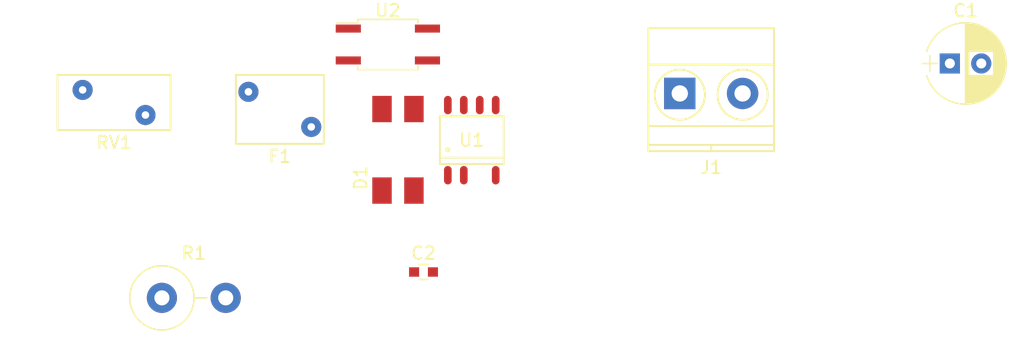
<source format=kicad_pcb>
(kicad_pcb (version 20170123) (host pcbnew "(2017-06-23 revision 72eff0941)-makepkg")

  (general
    (links 0)
    (no_connects 0)
    (area 110.584 71.598 192.413526 100.102)
    (thickness 1.6)
    (drawings 0)
    (tracks 0)
    (zones 0)
    (modules 9)
    (nets 2)
  )

  (page A4)
  (layers
    (0 F.Cu signal)
    (31 B.Cu signal)
    (32 B.Adhes user)
    (33 F.Adhes user)
    (34 B.Paste user)
    (35 F.Paste user)
    (36 B.SilkS user)
    (37 F.SilkS user)
    (38 B.Mask user)
    (39 F.Mask user)
    (40 Dwgs.User user)
    (41 Cmts.User user)
    (42 Eco1.User user)
    (43 Eco2.User user)
    (44 Edge.Cuts user)
    (45 Margin user)
    (46 B.CrtYd user)
    (47 F.CrtYd user)
    (48 B.Fab user)
    (49 F.Fab user)
  )

  (setup
    (last_trace_width 0.25)
    (trace_clearance 0.2)
    (zone_clearance 0.508)
    (zone_45_only no)
    (trace_min 0.2)
    (segment_width 0.2)
    (edge_width 0.15)
    (via_size 0.8)
    (via_drill 0.4)
    (via_min_size 0.4)
    (via_min_drill 0.3)
    (uvia_size 0.3)
    (uvia_drill 0.1)
    (uvias_allowed no)
    (uvia_min_size 0.2)
    (uvia_min_drill 0.1)
    (pcb_text_width 0.3)
    (pcb_text_size 1.5 1.5)
    (mod_edge_width 0.15)
    (mod_text_size 1 1)
    (mod_text_width 0.15)
    (pad_size 1.524 1.524)
    (pad_drill 0.762)
    (pad_to_mask_clearance 0.2)
    (aux_axis_origin 0 0)
    (visible_elements FFFFFF7F)
    (pcbplotparams
      (layerselection 0x00030_ffffffff)
      (usegerberextensions false)
      (excludeedgelayer true)
      (linewidth 0.100000)
      (plotframeref false)
      (viasonmask false)
      (mode 1)
      (useauxorigin false)
      (hpglpennumber 1)
      (hpglpenspeed 20)
      (hpglpendiameter 15)
      (psnegative false)
      (psa4output false)
      (plotreference true)
      (plotvalue true)
      (plotinvisibletext false)
      (padsonsilk false)
      (subtractmaskfromsilk false)
      (outputformat 1)
      (mirror false)
      (drillshape 1)
      (scaleselection 1)
      (outputdirectory ""))
  )

  (net 0 "")
  (net 1 GND)

  (net_class Default "This is the default net class."
    (clearance 0.2)
    (trace_width 0.25)
    (via_dia 0.8)
    (via_drill 0.4)
    (uvia_dia 0.3)
    (uvia_drill 0.1)
    (add_net GND)
  )

  (module Capacitors_SMD:C_0603 (layer F.Cu) (tedit 58AA844E) (tstamp 594EBF73)
    (at 144.44519 93.3895)
    (descr "Capacitor SMD 0603, reflow soldering, AVX (see smccp.pdf)")
    (tags "capacitor 0603")
    (path /594EDC3F)
    (attr smd)
    (fp_text reference C2 (at 0 -1.5) (layer F.SilkS)
      (effects (font (size 1 1) (thickness 0.15)))
    )
    (fp_text value "100nF / 16V" (at 0 1.5) (layer F.Fab)
      (effects (font (size 1 1) (thickness 0.15)))
    )
    (fp_line (start 1.4 0.65) (end -1.4 0.65) (layer F.CrtYd) (width 0.05))
    (fp_line (start 1.4 0.65) (end 1.4 -0.65) (layer F.CrtYd) (width 0.05))
    (fp_line (start -1.4 -0.65) (end -1.4 0.65) (layer F.CrtYd) (width 0.05))
    (fp_line (start -1.4 -0.65) (end 1.4 -0.65) (layer F.CrtYd) (width 0.05))
    (fp_line (start 0.35 0.6) (end -0.35 0.6) (layer F.SilkS) (width 0.12))
    (fp_line (start -0.35 -0.6) (end 0.35 -0.6) (layer F.SilkS) (width 0.12))
    (fp_line (start -0.8 -0.4) (end 0.8 -0.4) (layer F.Fab) (width 0.1))
    (fp_line (start 0.8 -0.4) (end 0.8 0.4) (layer F.Fab) (width 0.1))
    (fp_line (start 0.8 0.4) (end -0.8 0.4) (layer F.Fab) (width 0.1))
    (fp_line (start -0.8 0.4) (end -0.8 -0.4) (layer F.Fab) (width 0.1))
    (fp_text user %R (at 0 -1.5) (layer F.Fab)
      (effects (font (size 1 1) (thickness 0.15)))
    )
    (pad 2 smd rect (at 0.75 0) (size 0.8 0.75) (layers F.Cu F.Paste F.Mask))
    (pad 1 smd rect (at -0.75 0) (size 0.8 0.75) (layers F.Cu F.Paste F.Mask))
    (model Capacitors_SMD.3dshapes/C_0603.wrl
      (at (xyz 0 0 0))
      (scale (xyz 1 1 1))
      (rotate (xyz 0 0 0))
    )
  )

  (module EgertKiCad_lib:SOIC-4 (layer F.Cu) (tedit 5826DD07) (tstamp 594EBF7B)
    (at 141.1415 86.898)
    (path /594EAE44)
    (fp_text reference D1 (at -1.7 -1 90) (layer F.SilkS)
      (effects (font (size 1 1) (thickness 0.15)))
    )
    (fp_text value MB6S (at -3.2 -1.7 90) (layer F.Fab)
      (effects (font (size 1 1) (thickness 0.15)))
    )
    (pad 4 smd rect (at 0 -6.5) (size 1.55 2.1) (layers F.Cu F.Paste F.Mask))
    (pad 3 smd rect (at 2.54 -6.5) (size 1.55 2.1) (layers F.Cu F.Paste F.Mask))
    (pad 2 smd rect (at 2.54 0) (size 1.55 2.1) (layers F.Cu F.Paste F.Mask))
    (pad 1 smd rect (at 0 0) (size 1.55 2.1) (layers F.Cu F.Paste F.Mask))
  )

  (module Varistors:RV_Disc_D7_W5.5_P5 (layer F.Cu) (tedit 5529CAF8) (tstamp 594EBF89)
    (at 130.509001 79.0255)
    (tags "varistor SIOV")
    (path /594EA108)
    (fp_text reference F1 (at 2.5 5.15) (layer F.SilkS)
      (effects (font (size 1 1) (thickness 0.15)))
    )
    (fp_text value Polyfuse (at 2.5 -2.35) (layer F.Fab)
      (effects (font (size 1 1) (thickness 0.15)))
    )
    (fp_line (start -1 -1.35) (end -1 4.15) (layer F.SilkS) (width 0.15))
    (fp_line (start 6 -1.35) (end 6 4.15) (layer F.SilkS) (width 0.15))
    (fp_line (start -1 -1.35) (end 6 -1.35) (layer F.SilkS) (width 0.15))
    (fp_line (start -1 4.15) (end 6 4.15) (layer F.SilkS) (width 0.15))
    (fp_line (start -1.25 -1.6) (end -1.25 4.4) (layer F.CrtYd) (width 0.05))
    (fp_line (start 6.25 -1.6) (end 6.25 4.4) (layer F.CrtYd) (width 0.05))
    (fp_line (start -1.25 -1.6) (end 6.25 -1.6) (layer F.CrtYd) (width 0.05))
    (fp_line (start -1.25 4.4) (end 6.25 4.4) (layer F.CrtYd) (width 0.05))
    (pad 2 thru_hole circle (at 5 2.8) (size 1.6 1.6) (drill 0.6) (layers *.Cu *.Mask))
    (pad 1 thru_hole circle (at 0 0) (size 1.6 1.6) (drill 0.6) (layers *.Cu *.Mask))
  )

  (module Resistors_ThroughHole:R_Axial_DIN0516_L15.5mm_D5.0mm_P5.08mm_Vertical (layer F.Cu) (tedit 5874F706) (tstamp 594EBF97)
    (at 123.620905 95.4495)
    (descr "Resistor, Axial_DIN0516 series, Axial, Vertical, pin pitch=5.08mm, 2W, length*diameter=15.5*5mm^2, http://cdn-reichelt.de/documents/datenblatt/B400/1_4W%23YAG.pdf")
    (tags "Resistor Axial_DIN0516 series Axial Vertical pin pitch 5.08mm 2W length 15.5mm diameter 5mm")
    (path /594E9953)
    (fp_text reference R1 (at 2.54 -3.56) (layer F.SilkS)
      (effects (font (size 1 1) (thickness 0.15)))
    )
    (fp_text value "10R / 2W / Wirewound Resistors" (at 2.54 3.56) (layer F.Fab)
      (effects (font (size 1 1) (thickness 0.15)))
    )
    (fp_line (start 6.6 -2.85) (end -2.85 -2.85) (layer F.CrtYd) (width 0.05))
    (fp_line (start 6.6 2.85) (end 6.6 -2.85) (layer F.CrtYd) (width 0.05))
    (fp_line (start -2.85 2.85) (end 6.6 2.85) (layer F.CrtYd) (width 0.05))
    (fp_line (start -2.85 -2.85) (end -2.85 2.85) (layer F.CrtYd) (width 0.05))
    (fp_line (start 2.56 0) (end 3.58 0) (layer F.SilkS) (width 0.12))
    (fp_line (start 0 0) (end 5.08 0) (layer F.Fab) (width 0.1))
    (fp_circle (center 0 0) (end 2.56 0) (layer F.SilkS) (width 0.12))
    (fp_circle (center 0 0) (end 2.5 0) (layer F.Fab) (width 0.1))
    (pad 2 thru_hole oval (at 5.08 0) (size 2.4 2.4) (drill 1.2) (layers *.Cu *.Mask))
    (pad 1 thru_hole circle (at 0 0) (size 2.4 2.4) (drill 1.2) (layers *.Cu *.Mask))
    (model Resistors_THT.3dshapes/R_Axial_DIN0516_L15.5mm_D5.0mm_P5.08mm_Vertical.wrl
      (at (xyz 0 0 0))
      (scale (xyz 0.393701 0.393701 0.393701))
      (rotate (xyz 0 0 0))
    )
  )

  (module Varistors:RV_Disc_D9_W4.4_P5 (layer F.Cu) (tedit 5529CAF8) (tstamp 594EBFA5)
    (at 117.311381 78.8755)
    (tags "varistor SIOV")
    (path /594EA24D)
    (fp_text reference RV1 (at 2.5 4.2) (layer F.SilkS)
      (effects (font (size 1 1) (thickness 0.15)))
    )
    (fp_text value "Varistor, 275VAC,350DC" (at 2.5 -2.2) (layer F.Fab)
      (effects (font (size 1 1) (thickness 0.15)))
    )
    (fp_line (start -2 -1.2) (end -2 3.2) (layer F.SilkS) (width 0.15))
    (fp_line (start 7 -1.2) (end 7 3.2) (layer F.SilkS) (width 0.15))
    (fp_line (start -2 -1.2) (end 7 -1.2) (layer F.SilkS) (width 0.15))
    (fp_line (start -2 3.2) (end 7 3.2) (layer F.SilkS) (width 0.15))
    (fp_line (start -2.25 -1.45) (end -2.25 3.45) (layer F.CrtYd) (width 0.05))
    (fp_line (start 7.25 -1.45) (end 7.25 3.45) (layer F.CrtYd) (width 0.05))
    (fp_line (start -2.25 -1.45) (end 7.25 -1.45) (layer F.CrtYd) (width 0.05))
    (fp_line (start -2.25 3.45) (end 7.25 3.45) (layer F.CrtYd) (width 0.05))
    (pad 2 thru_hole circle (at 5 2) (size 1.6 1.6) (drill 0.6) (layers *.Cu *.Mask))
    (pad 1 thru_hole circle (at 0 0) (size 1.6 1.6) (drill 0.6) (layers *.Cu *.Mask))
  )

  (module Power_Integrations:SO-8C (layer F.Cu) (tedit 0) (tstamp 594EBFB6)
    (at 148.286143 82.8786)
    (descr "SO-8 Modified Surface Mount Small Outline 150mil 8pin Package")
    (tags "Power Integrations D Package")
    (path /594ED150)
    (fp_text reference U1 (at 0 0) (layer F.SilkS)
      (effects (font (size 1 1) (thickness 0.15)))
    )
    (fp_text value LNK363D (at 0 0) (layer F.Fab)
      (effects (font (size 1 1) (thickness 0.15)))
    )
    (fp_line (start 2.54 1.905) (end 2.54 -1.905) (layer F.SilkS) (width 0.15))
    (fp_line (start -2.54 1.905) (end -2.54 -1.905) (layer F.SilkS) (width 0.15))
    (fp_line (start -2.54 1.905) (end 2.54 1.905) (layer F.SilkS) (width 0.15))
    (fp_line (start -2.54 -1.905) (end 2.54 -1.905) (layer F.SilkS) (width 0.15))
    (fp_line (start -2.54 1.397) (end 2.54 1.397) (layer F.SilkS) (width 0.15))
    (fp_circle (center -1.905 0.762) (end -1.778 0.762) (layer F.SilkS) (width 0.15))
    (pad 8 smd oval (at -1.905 -2.794) (size 0.6096 1.4732) (layers F.Cu F.Paste F.Mask)
      (net 1 GND))
    (pad 7 smd oval (at -0.635 -2.794) (size 0.6096 1.4732) (layers F.Cu F.Paste F.Mask)
      (net 1 GND))
    (pad 6 smd oval (at 0.635 -2.794) (size 0.6096 1.4732) (layers F.Cu F.Paste F.Mask)
      (net 1 GND))
    (pad 5 smd oval (at 1.905 -2.794) (size 0.6096 1.4732) (layers F.Cu F.Paste F.Mask)
      (net 1 GND))
    (pad 4 smd oval (at 1.905 2.794) (size 0.6096 1.4732) (layers F.Cu F.Paste F.Mask))
    (pad 2 smd oval (at -0.635 2.794) (size 0.6096 1.4732) (layers F.Cu F.Paste F.Mask))
    (pad 1 smd oval (at -1.905 2.794) (size 0.6096 1.4732) (layers F.Cu F.Paste F.Mask))
  )

  (module Housings_SOIC:SO-4_4.4x3.6mm_Pitch2.54mm (layer F.Cu) (tedit 591B44BA) (tstamp 594EBFCF)
    (at 141.609001 75.2555)
    (descr "4-Lead Plastic Small Outline (SO), see https://www.elpro.org/de/index.php?controller=attachment&id_attachment=339")
    (tags "SO SOIC 2.54")
    (path /594EDF65)
    (attr smd)
    (fp_text reference U2 (at 0 -2.7) (layer F.SilkS)
      (effects (font (size 1 1) (thickness 0.15)))
    )
    (fp_text value LTV-817 (at 0 2.8) (layer F.Fab)
      (effects (font (size 1 1) (thickness 0.15)))
    )
    (fp_line (start 4.4 2.05) (end -4.4 2.05) (layer F.CrtYd) (width 0.05))
    (fp_line (start 4.4 2.05) (end 4.4 -2.05) (layer F.CrtYd) (width 0.05))
    (fp_line (start -4.4 -2.05) (end -4.4 2.05) (layer F.CrtYd) (width 0.05))
    (fp_line (start -4.4 -2.05) (end 4.4 -2.05) (layer F.CrtYd) (width 0.05))
    (fp_line (start -1.4 -1.8) (end 2.2 -1.8) (layer F.Fab) (width 0.12))
    (fp_line (start -2.2 -1) (end -1.4 -1.8) (layer F.Fab) (width 0.12))
    (fp_line (start -2.2 1.8) (end -2.2 -1) (layer F.Fab) (width 0.12))
    (fp_line (start 2.2 1.8) (end -2.2 1.8) (layer F.Fab) (width 0.12))
    (fp_line (start 2.2 -1.8) (end 2.2 1.8) (layer F.Fab) (width 0.12))
    (fp_line (start 2.4 -2) (end 2.4 -1.7) (layer F.SilkS) (width 0.12))
    (fp_line (start -2.4 -2) (end 2.4 -2) (layer F.SilkS) (width 0.12))
    (fp_line (start -2.4 -1.7) (end -2.4 -2) (layer F.SilkS) (width 0.12))
    (fp_line (start -2.4 2) (end -2.4 1.7) (layer F.SilkS) (width 0.12))
    (fp_line (start 2.4 2) (end -2.4 2) (layer F.SilkS) (width 0.12))
    (fp_line (start 2.4 1.7) (end 2.4 2) (layer F.SilkS) (width 0.12))
    (fp_text user %R (at 0 -0.065) (layer F.Fab)
      (effects (font (size 1 1) (thickness 0.15)))
    )
    (fp_line (start -2.4 -1.7) (end -4.1 -1.7) (layer F.SilkS) (width 0.12))
    (pad 4 smd rect (at 3.15 -1.27) (size 2 0.64) (layers F.Cu F.Paste F.Mask))
    (pad 3 smd rect (at 3.15 1.27) (size 2 0.64) (layers F.Cu F.Paste F.Mask))
    (pad 2 smd rect (at -3.15 1.27) (size 2 0.64) (layers F.Cu F.Paste F.Mask))
    (pad 1 smd rect (at -3.15 -1.27) (size 2 0.64) (layers F.Cu F.Paste F.Mask))
    (model ${KISYS3DMOD}/Housings_SOIC.3dshapes/SO-4_4.4x3.6mm_Pitch2.54mm.wrl
      (at (xyz 0 0.0005905512 0))
      (scale (xyz 1 1 1))
      (rotate (xyz 0 0 0))
    )
  )

  (module Terminal_Blocks:TerminalBlock_Pheonix_MKDS1.5-2pol (layer F.Cu) (tedit 563007E4) (tstamp 594EC204)
    (at 164.843287 79.1555)
    (descr "2-way 5mm pitch terminal block, Phoenix MKDS series")
    (path /594EA38F)
    (fp_text reference J1 (at 2.5 5.9) (layer F.SilkS)
      (effects (font (size 1 1) (thickness 0.15)))
    )
    (fp_text value CONN_01X02 (at 2.5 -6.6) (layer F.Fab)
      (effects (font (size 1 1) (thickness 0.15)))
    )
    (fp_line (start -2.5 -5.2) (end -2.5 4.6) (layer F.SilkS) (width 0.15))
    (fp_line (start 7.5 -5.2) (end -2.5 -5.2) (layer F.SilkS) (width 0.15))
    (fp_line (start 7.5 4.6) (end 7.5 -5.2) (layer F.SilkS) (width 0.15))
    (fp_line (start -2.5 4.6) (end 7.5 4.6) (layer F.SilkS) (width 0.15))
    (fp_line (start -2.5 4.1) (end 7.5 4.1) (layer F.SilkS) (width 0.15))
    (fp_line (start -2.5 -2.3) (end 7.5 -2.3) (layer F.SilkS) (width 0.15))
    (fp_line (start -2.5 2.6) (end 7.5 2.6) (layer F.SilkS) (width 0.15))
    (fp_circle (center 0 0.1) (end 2 0.1) (layer F.SilkS) (width 0.15))
    (fp_circle (center 5 0.1) (end 3 0.1) (layer F.SilkS) (width 0.15))
    (fp_line (start 2.5 4.1) (end 2.5 4.6) (layer F.SilkS) (width 0.15))
    (fp_line (start 7.7 -5.4) (end 7.7 4.8) (layer F.CrtYd) (width 0.05))
    (fp_line (start 7.7 4.8) (end -2.7 4.8) (layer F.CrtYd) (width 0.05))
    (fp_line (start -2.7 4.8) (end -2.7 -5.4) (layer F.CrtYd) (width 0.05))
    (fp_line (start -2.7 -5.4) (end 7.7 -5.4) (layer F.CrtYd) (width 0.05))
    (pad 2 thru_hole circle (at 5 0) (size 2.5 2.5) (drill 1.3) (layers *.Cu *.Mask))
    (pad 1 thru_hole rect (at 0 0) (size 2.5 2.5) (drill 1.3) (layers *.Cu *.Mask))
    (model Terminal_Blocks.3dshapes/TerminalBlock_Pheonix_MKDS1.5-2pol.wrl
      (at (xyz 0.0984 0 0))
      (scale (xyz 1 1 1))
      (rotate (xyz 0 0 0))
    )
  )

  (module Capacitors_ThroughHole:CP_Radial_D6.3mm_P2.50mm (layer F.Cu) (tedit 5920C257) (tstamp 594ECA1C)
    (at 186.340907 76.7655)
    (descr "CP, Radial series, Radial, pin pitch=2.50mm, , diameter=6.3mm, Electrolytic Capacitor")
    (tags "CP Radial series Radial pin pitch 2.50mm  diameter 6.3mm Electrolytic Capacitor")
    (path /594EC1D0)
    (fp_text reference C1 (at 1.25 -4.21) (layer F.SilkS)
      (effects (font (size 1 1) (thickness 0.15)))
    )
    (fp_text value "2u2 / 400V" (at 1.25 4.21) (layer F.Fab)
      (effects (font (size 1 1) (thickness 0.15)))
    )
    (fp_arc (start 1.25 0) (end 4.338236 -0.98) (angle 35.2) (layer F.SilkS) (width 0.12))
    (fp_arc (start 1.25 0) (end -1.838236 0.98) (angle -144.8) (layer F.SilkS) (width 0.12))
    (fp_arc (start 1.25 0) (end -1.838236 -0.98) (angle 144.8) (layer F.SilkS) (width 0.12))
    (fp_circle (center 1.25 0) (end 4.4 0) (layer F.Fab) (width 0.1))
    (fp_line (start 4.75 -3.5) (end -2.25 -3.5) (layer F.CrtYd) (width 0.05))
    (fp_line (start 4.75 3.5) (end 4.75 -3.5) (layer F.CrtYd) (width 0.05))
    (fp_line (start -2.25 3.5) (end 4.75 3.5) (layer F.CrtYd) (width 0.05))
    (fp_line (start -2.25 -3.5) (end -2.25 3.5) (layer F.CrtYd) (width 0.05))
    (fp_line (start -1.6 -0.65) (end -1.6 0.65) (layer F.SilkS) (width 0.12))
    (fp_line (start -2.2 0) (end -1 0) (layer F.SilkS) (width 0.12))
    (fp_line (start 4.451 -0.468) (end 4.451 0.468) (layer F.SilkS) (width 0.12))
    (fp_line (start 4.411 -0.676) (end 4.411 0.676) (layer F.SilkS) (width 0.12))
    (fp_line (start 4.371 -0.834) (end 4.371 0.834) (layer F.SilkS) (width 0.12))
    (fp_line (start 4.331 -0.966) (end 4.331 0.966) (layer F.SilkS) (width 0.12))
    (fp_line (start 4.291 -1.081) (end 4.291 1.081) (layer F.SilkS) (width 0.12))
    (fp_line (start 4.251 -1.184) (end 4.251 1.184) (layer F.SilkS) (width 0.12))
    (fp_line (start 4.211 -1.278) (end 4.211 1.278) (layer F.SilkS) (width 0.12))
    (fp_line (start 4.171 -1.364) (end 4.171 1.364) (layer F.SilkS) (width 0.12))
    (fp_line (start 4.131 -1.445) (end 4.131 1.445) (layer F.SilkS) (width 0.12))
    (fp_line (start 4.091 -1.52) (end 4.091 1.52) (layer F.SilkS) (width 0.12))
    (fp_line (start 4.051 -1.591) (end 4.051 1.591) (layer F.SilkS) (width 0.12))
    (fp_line (start 4.011 -1.658) (end 4.011 1.658) (layer F.SilkS) (width 0.12))
    (fp_line (start 3.971 -1.721) (end 3.971 1.721) (layer F.SilkS) (width 0.12))
    (fp_line (start 3.931 -1.781) (end 3.931 1.781) (layer F.SilkS) (width 0.12))
    (fp_line (start 3.891 -1.839) (end 3.891 1.839) (layer F.SilkS) (width 0.12))
    (fp_line (start 3.851 -1.894) (end 3.851 1.894) (layer F.SilkS) (width 0.12))
    (fp_line (start 3.811 -1.946) (end 3.811 1.946) (layer F.SilkS) (width 0.12))
    (fp_line (start 3.771 -1.997) (end 3.771 1.997) (layer F.SilkS) (width 0.12))
    (fp_line (start 3.731 -2.045) (end 3.731 2.045) (layer F.SilkS) (width 0.12))
    (fp_line (start 3.691 -2.092) (end 3.691 2.092) (layer F.SilkS) (width 0.12))
    (fp_line (start 3.651 -2.137) (end 3.651 2.137) (layer F.SilkS) (width 0.12))
    (fp_line (start 3.611 -2.18) (end 3.611 2.18) (layer F.SilkS) (width 0.12))
    (fp_line (start 3.571 -2.222) (end 3.571 2.222) (layer F.SilkS) (width 0.12))
    (fp_line (start 3.531 -2.262) (end 3.531 2.262) (layer F.SilkS) (width 0.12))
    (fp_line (start 3.491 -2.301) (end 3.491 2.301) (layer F.SilkS) (width 0.12))
    (fp_line (start 3.451 0.98) (end 3.451 2.339) (layer F.SilkS) (width 0.12))
    (fp_line (start 3.451 -2.339) (end 3.451 -0.98) (layer F.SilkS) (width 0.12))
    (fp_line (start 3.411 0.98) (end 3.411 2.375) (layer F.SilkS) (width 0.12))
    (fp_line (start 3.411 -2.375) (end 3.411 -0.98) (layer F.SilkS) (width 0.12))
    (fp_line (start 3.371 0.98) (end 3.371 2.411) (layer F.SilkS) (width 0.12))
    (fp_line (start 3.371 -2.411) (end 3.371 -0.98) (layer F.SilkS) (width 0.12))
    (fp_line (start 3.331 0.98) (end 3.331 2.445) (layer F.SilkS) (width 0.12))
    (fp_line (start 3.331 -2.445) (end 3.331 -0.98) (layer F.SilkS) (width 0.12))
    (fp_line (start 3.291 0.98) (end 3.291 2.478) (layer F.SilkS) (width 0.12))
    (fp_line (start 3.291 -2.478) (end 3.291 -0.98) (layer F.SilkS) (width 0.12))
    (fp_line (start 3.251 0.98) (end 3.251 2.51) (layer F.SilkS) (width 0.12))
    (fp_line (start 3.251 -2.51) (end 3.251 -0.98) (layer F.SilkS) (width 0.12))
    (fp_line (start 3.211 0.98) (end 3.211 2.54) (layer F.SilkS) (width 0.12))
    (fp_line (start 3.211 -2.54) (end 3.211 -0.98) (layer F.SilkS) (width 0.12))
    (fp_line (start 3.171 0.98) (end 3.171 2.57) (layer F.SilkS) (width 0.12))
    (fp_line (start 3.171 -2.57) (end 3.171 -0.98) (layer F.SilkS) (width 0.12))
    (fp_line (start 3.131 0.98) (end 3.131 2.599) (layer F.SilkS) (width 0.12))
    (fp_line (start 3.131 -2.599) (end 3.131 -0.98) (layer F.SilkS) (width 0.12))
    (fp_line (start 3.091 0.98) (end 3.091 2.627) (layer F.SilkS) (width 0.12))
    (fp_line (start 3.091 -2.627) (end 3.091 -0.98) (layer F.SilkS) (width 0.12))
    (fp_line (start 3.051 0.98) (end 3.051 2.654) (layer F.SilkS) (width 0.12))
    (fp_line (start 3.051 -2.654) (end 3.051 -0.98) (layer F.SilkS) (width 0.12))
    (fp_line (start 3.011 0.98) (end 3.011 2.681) (layer F.SilkS) (width 0.12))
    (fp_line (start 3.011 -2.681) (end 3.011 -0.98) (layer F.SilkS) (width 0.12))
    (fp_line (start 2.971 0.98) (end 2.971 2.706) (layer F.SilkS) (width 0.12))
    (fp_line (start 2.971 -2.706) (end 2.971 -0.98) (layer F.SilkS) (width 0.12))
    (fp_line (start 2.931 0.98) (end 2.931 2.731) (layer F.SilkS) (width 0.12))
    (fp_line (start 2.931 -2.731) (end 2.931 -0.98) (layer F.SilkS) (width 0.12))
    (fp_line (start 2.891 0.98) (end 2.891 2.755) (layer F.SilkS) (width 0.12))
    (fp_line (start 2.891 -2.755) (end 2.891 -0.98) (layer F.SilkS) (width 0.12))
    (fp_line (start 2.851 0.98) (end 2.851 2.778) (layer F.SilkS) (width 0.12))
    (fp_line (start 2.851 -2.778) (end 2.851 -0.98) (layer F.SilkS) (width 0.12))
    (fp_line (start 2.811 0.98) (end 2.811 2.8) (layer F.SilkS) (width 0.12))
    (fp_line (start 2.811 -2.8) (end 2.811 -0.98) (layer F.SilkS) (width 0.12))
    (fp_line (start 2.771 0.98) (end 2.771 2.822) (layer F.SilkS) (width 0.12))
    (fp_line (start 2.771 -2.822) (end 2.771 -0.98) (layer F.SilkS) (width 0.12))
    (fp_line (start 2.731 0.98) (end 2.731 2.843) (layer F.SilkS) (width 0.12))
    (fp_line (start 2.731 -2.843) (end 2.731 -0.98) (layer F.SilkS) (width 0.12))
    (fp_line (start 2.691 0.98) (end 2.691 2.863) (layer F.SilkS) (width 0.12))
    (fp_line (start 2.691 -2.863) (end 2.691 -0.98) (layer F.SilkS) (width 0.12))
    (fp_line (start 2.651 0.98) (end 2.651 2.882) (layer F.SilkS) (width 0.12))
    (fp_line (start 2.651 -2.882) (end 2.651 -0.98) (layer F.SilkS) (width 0.12))
    (fp_line (start 2.611 0.98) (end 2.611 2.901) (layer F.SilkS) (width 0.12))
    (fp_line (start 2.611 -2.901) (end 2.611 -0.98) (layer F.SilkS) (width 0.12))
    (fp_line (start 2.571 0.98) (end 2.571 2.919) (layer F.SilkS) (width 0.12))
    (fp_line (start 2.571 -2.919) (end 2.571 -0.98) (layer F.SilkS) (width 0.12))
    (fp_line (start 2.531 0.98) (end 2.531 2.937) (layer F.SilkS) (width 0.12))
    (fp_line (start 2.531 -2.937) (end 2.531 -0.98) (layer F.SilkS) (width 0.12))
    (fp_line (start 2.491 0.98) (end 2.491 2.954) (layer F.SilkS) (width 0.12))
    (fp_line (start 2.491 -2.954) (end 2.491 -0.98) (layer F.SilkS) (width 0.12))
    (fp_line (start 2.451 0.98) (end 2.451 2.97) (layer F.SilkS) (width 0.12))
    (fp_line (start 2.451 -2.97) (end 2.451 -0.98) (layer F.SilkS) (width 0.12))
    (fp_line (start 2.411 0.98) (end 2.411 2.986) (layer F.SilkS) (width 0.12))
    (fp_line (start 2.411 -2.986) (end 2.411 -0.98) (layer F.SilkS) (width 0.12))
    (fp_line (start 2.371 0.98) (end 2.371 3.001) (layer F.SilkS) (width 0.12))
    (fp_line (start 2.371 -3.001) (end 2.371 -0.98) (layer F.SilkS) (width 0.12))
    (fp_line (start 2.331 0.98) (end 2.331 3.015) (layer F.SilkS) (width 0.12))
    (fp_line (start 2.331 -3.015) (end 2.331 -0.98) (layer F.SilkS) (width 0.12))
    (fp_line (start 2.291 0.98) (end 2.291 3.029) (layer F.SilkS) (width 0.12))
    (fp_line (start 2.291 -3.029) (end 2.291 -0.98) (layer F.SilkS) (width 0.12))
    (fp_line (start 2.251 0.98) (end 2.251 3.042) (layer F.SilkS) (width 0.12))
    (fp_line (start 2.251 -3.042) (end 2.251 -0.98) (layer F.SilkS) (width 0.12))
    (fp_line (start 2.211 0.98) (end 2.211 3.055) (layer F.SilkS) (width 0.12))
    (fp_line (start 2.211 -3.055) (end 2.211 -0.98) (layer F.SilkS) (width 0.12))
    (fp_line (start 2.171 0.98) (end 2.171 3.067) (layer F.SilkS) (width 0.12))
    (fp_line (start 2.171 -3.067) (end 2.171 -0.98) (layer F.SilkS) (width 0.12))
    (fp_line (start 2.131 0.98) (end 2.131 3.079) (layer F.SilkS) (width 0.12))
    (fp_line (start 2.131 -3.079) (end 2.131 -0.98) (layer F.SilkS) (width 0.12))
    (fp_line (start 2.091 0.98) (end 2.091 3.09) (layer F.SilkS) (width 0.12))
    (fp_line (start 2.091 -3.09) (end 2.091 -0.98) (layer F.SilkS) (width 0.12))
    (fp_line (start 2.051 0.98) (end 2.051 3.1) (layer F.SilkS) (width 0.12))
    (fp_line (start 2.051 -3.1) (end 2.051 -0.98) (layer F.SilkS) (width 0.12))
    (fp_line (start 2.011 0.98) (end 2.011 3.11) (layer F.SilkS) (width 0.12))
    (fp_line (start 2.011 -3.11) (end 2.011 -0.98) (layer F.SilkS) (width 0.12))
    (fp_line (start 1.971 0.98) (end 1.971 3.119) (layer F.SilkS) (width 0.12))
    (fp_line (start 1.971 -3.119) (end 1.971 -0.98) (layer F.SilkS) (width 0.12))
    (fp_line (start 1.93 0.98) (end 1.93 3.128) (layer F.SilkS) (width 0.12))
    (fp_line (start 1.93 -3.128) (end 1.93 -0.98) (layer F.SilkS) (width 0.12))
    (fp_line (start 1.89 0.98) (end 1.89 3.137) (layer F.SilkS) (width 0.12))
    (fp_line (start 1.89 -3.137) (end 1.89 -0.98) (layer F.SilkS) (width 0.12))
    (fp_line (start 1.85 0.98) (end 1.85 3.144) (layer F.SilkS) (width 0.12))
    (fp_line (start 1.85 -3.144) (end 1.85 -0.98) (layer F.SilkS) (width 0.12))
    (fp_line (start 1.81 0.98) (end 1.81 3.152) (layer F.SilkS) (width 0.12))
    (fp_line (start 1.81 -3.152) (end 1.81 -0.98) (layer F.SilkS) (width 0.12))
    (fp_line (start 1.77 0.98) (end 1.77 3.158) (layer F.SilkS) (width 0.12))
    (fp_line (start 1.77 -3.158) (end 1.77 -0.98) (layer F.SilkS) (width 0.12))
    (fp_line (start 1.73 0.98) (end 1.73 3.165) (layer F.SilkS) (width 0.12))
    (fp_line (start 1.73 -3.165) (end 1.73 -0.98) (layer F.SilkS) (width 0.12))
    (fp_line (start 1.69 0.98) (end 1.69 3.17) (layer F.SilkS) (width 0.12))
    (fp_line (start 1.69 -3.17) (end 1.69 -0.98) (layer F.SilkS) (width 0.12))
    (fp_line (start 1.65 0.98) (end 1.65 3.176) (layer F.SilkS) (width 0.12))
    (fp_line (start 1.65 -3.176) (end 1.65 -0.98) (layer F.SilkS) (width 0.12))
    (fp_line (start 1.61 0.98) (end 1.61 3.18) (layer F.SilkS) (width 0.12))
    (fp_line (start 1.61 -3.18) (end 1.61 -0.98) (layer F.SilkS) (width 0.12))
    (fp_line (start 1.57 0.98) (end 1.57 3.185) (layer F.SilkS) (width 0.12))
    (fp_line (start 1.57 -3.185) (end 1.57 -0.98) (layer F.SilkS) (width 0.12))
    (fp_line (start 1.53 0.98) (end 1.53 3.188) (layer F.SilkS) (width 0.12))
    (fp_line (start 1.53 -3.188) (end 1.53 -0.98) (layer F.SilkS) (width 0.12))
    (fp_line (start 1.49 -3.192) (end 1.49 3.192) (layer F.SilkS) (width 0.12))
    (fp_line (start 1.45 -3.194) (end 1.45 3.194) (layer F.SilkS) (width 0.12))
    (fp_line (start 1.41 -3.197) (end 1.41 3.197) (layer F.SilkS) (width 0.12))
    (fp_line (start 1.37 -3.198) (end 1.37 3.198) (layer F.SilkS) (width 0.12))
    (fp_line (start 1.33 -3.2) (end 1.33 3.2) (layer F.SilkS) (width 0.12))
    (fp_line (start 1.29 -3.2) (end 1.29 3.2) (layer F.SilkS) (width 0.12))
    (fp_line (start 1.25 -3.2) (end 1.25 3.2) (layer F.SilkS) (width 0.12))
    (fp_line (start -1.6 -0.65) (end -1.6 0.65) (layer F.Fab) (width 0.1))
    (fp_line (start -2.2 0) (end -1 0) (layer F.Fab) (width 0.1))
    (fp_text user %R (at 1.1 0) (layer F.Fab)
      (effects (font (size 1 1) (thickness 0.15)))
    )
    (pad 2 thru_hole circle (at 2.5 0) (size 1.6 1.6) (drill 0.8) (layers *.Cu *.Mask))
    (pad 1 thru_hole rect (at 0 0) (size 1.6 1.6) (drill 0.8) (layers *.Cu *.Mask))
    (model ${KISYS3DMOD}/Capacitors_THT.3dshapes/CP_Radial_D6.3mm_P2.50mm.wrl
      (at (xyz 0 0 0))
      (scale (xyz 1 1 1))
      (rotate (xyz 0 0 0))
    )
  )

)

</source>
